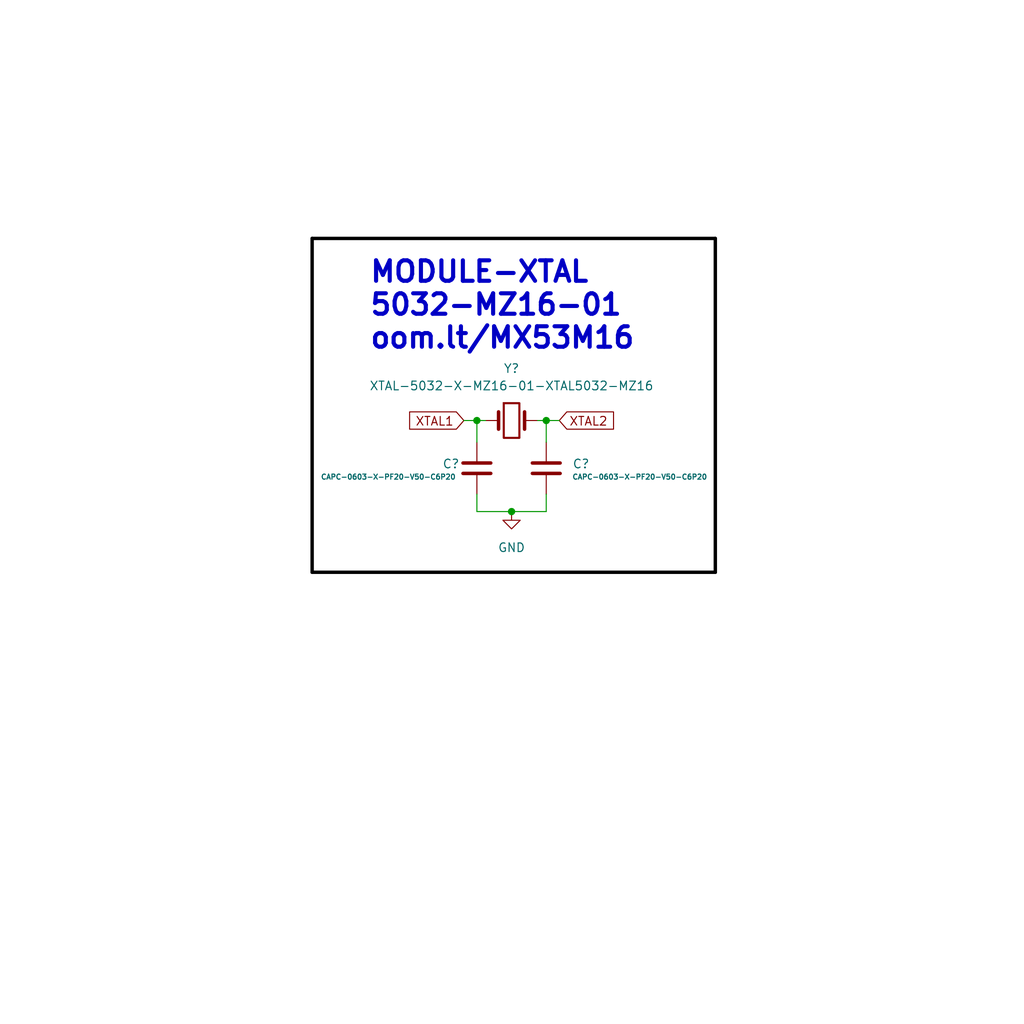
<source format=kicad_sch>
(kicad_sch (version 20211123) (generator eeschema)
  (paper "User" 150.012 150.012)
  (lib_symbols
    (symbol "oomlout_OOMP_parts:CAPC-0603-X-PF20-V50-C6P20" (pin_numbers hide) (pin_names (offset 0.254))
      (property "Reference" "C" (at 0.635 2.54 0))
      (property "Value" "CAPC-0603-X-PF20-V50-C6P20" (at 0.635 -2.54 0))
      (symbol "CAPC-0603-X-PF20-V50-C6P20_0_1"
        (polyline (pts (xy -2.032 -0.762) (xy 2.032 -0.762)) (stroke (width 0.508)))
        (polyline (pts (xy -2.032 0.762) (xy 2.032 0.762)) (stroke (width 0.508)))
      )
      (symbol "CAPC-0603-X-PF20-V50-C6P20_1_1"
        (pin passive line (at 0 3.81 270) (length 2.794) (name "~") (number "1"))
        (pin passive line (at 0 -3.81 90) (length 2.794) (name "~") (number "2"))
      )
    )
    (symbol "oomlout_OOMP_parts:XTAL-5032-X-MZ16-01-XTAL5032-MZ16" (pin_numbers hide) (pin_names (offset 1.016) hide)
      (property "Reference" "Y" (at 0 3.81 0))
      (property "Value" "XTAL-5032-X-MZ16-01-XTAL5032-MZ16" (at 0 -3.81 0))
      (symbol "XTAL-5032-X-MZ16-01-XTAL5032-MZ16_0_1"
        (rectangle (start -1.143 2.54) (end 1.143 -2.54) (stroke (width 0.3048)))
        (polyline (pts (xy -2.54 0) (xy -1.905 0)))
        (polyline (pts (xy -1.905 -1.27) (xy -1.905 1.27)) (stroke (width 0.508)))
        (polyline (pts (xy 1.905 -1.27) (xy 1.905 1.27)) (stroke (width 0.508)))
        (polyline (pts (xy 2.54 0) (xy 1.905 0)))
      )
      (symbol "XTAL-5032-X-MZ16-01-XTAL5032-MZ16_1_1"
        (pin passive line (at -3.81 0 0) (length 1.27) (name "1") (number "1"))
        (pin passive line (at 3.81 0 180) (length 1.27) (name "2") (number "2"))
      )
    )
    (symbol "power:GND" (power) (pin_names (offset 0))
      (property "Value" "GND" (at 0 -3.81 0))
      (symbol "GND_0_1"
        (polyline (pts (xy 0 0) (xy 0 -1.27) (xy 1.27 -1.27) (xy 0 -2.54) (xy -1.27 -1.27) (xy 0 -1.27)))
      )
      (symbol "GND_1_1"
        (pin power_in line (at 0 0 270) (length 0) hide (name "GND") (number "1"))
      )
    )
  )
  (junction (at 80.01 61.595))
  (junction (at 74.93 74.93))
  (junction (at 69.85 61.595))
  (wire (pts (xy 69.85 61.595) (xy 71.12 61.595)))
  (polyline (pts (xy 45.72 34.925) (xy 45.72 83.82)) (stroke (width 0.5) (type solid) (color 0 0 0 1)))
  (wire (pts (xy 80.01 61.595) (xy 81.915 61.595)))
  (polyline (pts (xy 104.775 83.82) (xy 104.775 34.925)) (stroke (width 0.5) (type solid) (color 0 0 0 1)))
  (wire (pts (xy 74.93 74.93) (xy 80.01 74.93)))
  (wire (pts (xy 69.85 74.93) (xy 69.85 72.39)))
  (wire (pts (xy 80.01 74.93) (xy 80.01 72.39)))
  (wire (pts (xy 67.945 61.595) (xy 69.85 61.595)))
  (wire (pts (xy 78.74 61.595) (xy 80.01 61.595)))
  (polyline (pts (xy 45.72 83.82) (xy 104.775 83.82)) (stroke (width 0.5) (type solid) (color 0 0 0 1)))
  (wire (pts (xy 80.01 61.595) (xy 80.01 64.77)))
  (wire (pts (xy 74.93 74.93) (xy 69.85 74.93)))
  (polyline (pts (xy 45.72 34.925) (xy 104.775 34.925)) (stroke (width 0.5) (type solid) (color 0 0 0 1)))
  (wire (pts (xy 69.85 61.595) (xy 69.85 64.77)))
  (text "MODULE-XTAL\n5032-MZ16-01\noom.lt/MX53M16" (at 53.975 51.435 0) (effects (font (size 3 3) (thickness 0.6) bold) (justify left bottom)))
  (global_label "XTAL1" (shape input) (at 67.945 61.595 180) (property "Intersheet References" "${INTERSHEET_REFS}" (effects hide)))
  (global_label "XTAL2" (shape input) (at 81.915 61.595 0) (property "Intersheet References" "${INTERSHEET_REFS}" (effects hide)))
  (symbol (lib_id "oomlout_OOMP_parts:CAPC-0603-X-PF20-V50-C6P20") (at 80.01 68.58 0) (unit 1)
    (property "Reference" "C?" (at 83.82 67.9449 0) (effects (justify left)))
    (property "Value" "CAPC-0603-X-PF20-V50-C6P20" (at 83.82 69.85 0) (effects (font (size 0.75 0.75)) (justify left)))
    (property "Footprint" "oomlout_OOMP_parts:CAPC-0603-X-PF20-V50-C6P20" (effects hide))
    (property "Datasheet" "oom.lt/C6P20" (effects hide))
  )
  (symbol (lib_id "oomlout_OOMP_parts:CAPC-0603-X-PF20-V50-C6P20") (at 69.85 68.58 0) (unit 1)
    (property "Reference" "C?" (at 64.77 67.945 0) (effects (justify left)))
    (property "Value" "CAPC-0603-X-PF20-V50-C6P20" (at 46.99 69.85 0) (effects (font (size 0.75 0.75)) (justify left)))
    (property "Footprint" "oomlout_OOMP_parts:CAPC-0603-X-PF20-V50-C6P20" (effects hide))
    (property "Datasheet" "oom.lt/C6P20" (effects hide))
  )
  (symbol (lib_id "oomlout_OOMP_parts:XTAL-5032-X-MZ16-01-XTAL5032-MZ16") (at 74.93 61.595 0) (unit 1)
    (property "Reference" "Y?" (at 74.93 53.975 0))
    (property "Value" "XTAL-5032-X-MZ16-01-XTAL5032-MZ16" (at 74.93 56.515 0))
    (property "Footprint" "oomlout_OOMP_parts:XTAL-5032-X-MZ16-01-XTAL5032-MZ16" (effects hide))
    (property "Datasheet" "oom.lt/XTAL5032-MZ16" (effects hide))
  )
  (symbol (lib_id "power:GND") (at 74.93 74.93 0) (unit 1)
    (property "Reference" "#PWR?" (effects hide))
    (property "Value" "GND" (at 74.93 80.207 0))
  )
)
</source>
